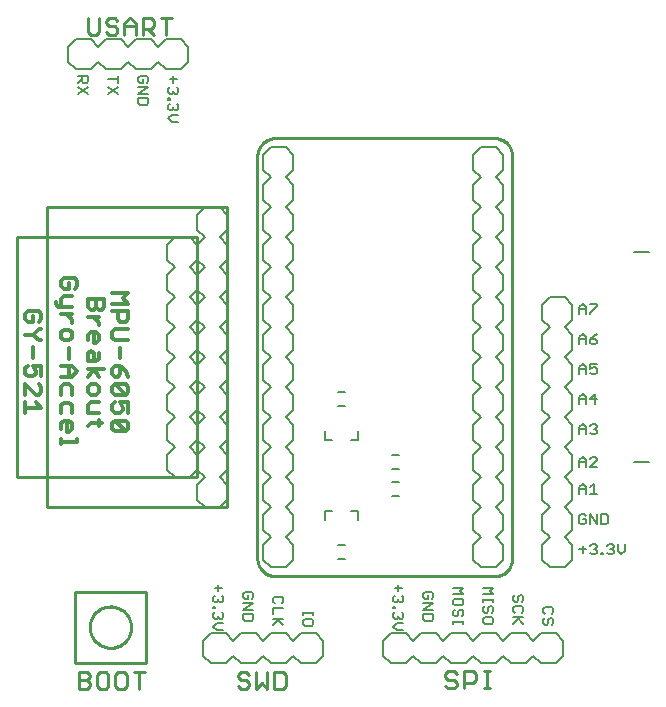
<source format=gto>
G75*
G70*
%OFA0B0*%
%FSLAX24Y24*%
%IPPOS*%
%LPD*%
%AMOC8*
5,1,8,0,0,1.08239X$1,22.5*
%
%ADD10C,0.0100*%
%ADD11C,0.0120*%
%ADD12C,0.0110*%
%ADD13C,0.0060*%
%ADD14C,0.0080*%
D10*
X008583Y005850D02*
X008583Y006410D01*
X008864Y006410D01*
X008957Y006317D01*
X008957Y006224D01*
X008864Y006130D01*
X008583Y006130D01*
X008583Y005850D02*
X008864Y005850D01*
X008957Y005943D01*
X008957Y006037D01*
X008864Y006130D01*
X009191Y005943D02*
X009284Y005850D01*
X009471Y005850D01*
X009565Y005943D01*
X009565Y006317D01*
X009471Y006410D01*
X009284Y006410D01*
X009191Y006317D01*
X009191Y005943D01*
X009799Y005943D02*
X009799Y006317D01*
X009892Y006410D01*
X010079Y006410D01*
X010172Y006317D01*
X010172Y005943D01*
X010079Y005850D01*
X009892Y005850D01*
X009799Y005943D01*
X010406Y006410D02*
X010780Y006410D01*
X010593Y006410D02*
X010593Y005850D01*
X010814Y006719D02*
X010814Y009081D01*
X008452Y009081D01*
X008452Y006719D01*
X010814Y006719D01*
X008944Y007900D02*
X008946Y007952D01*
X008952Y008004D01*
X008962Y008055D01*
X008975Y008105D01*
X008993Y008155D01*
X009014Y008202D01*
X009038Y008248D01*
X009067Y008292D01*
X009098Y008334D01*
X009132Y008373D01*
X009169Y008410D01*
X009209Y008443D01*
X009252Y008474D01*
X009296Y008501D01*
X009342Y008525D01*
X009391Y008545D01*
X009440Y008561D01*
X009491Y008574D01*
X009542Y008583D01*
X009594Y008588D01*
X009646Y008589D01*
X009698Y008586D01*
X009750Y008579D01*
X009801Y008568D01*
X009851Y008554D01*
X009900Y008535D01*
X009947Y008513D01*
X009992Y008488D01*
X010036Y008459D01*
X010077Y008427D01*
X010116Y008392D01*
X010151Y008354D01*
X010184Y008313D01*
X010214Y008271D01*
X010240Y008226D01*
X010263Y008179D01*
X010282Y008130D01*
X010298Y008080D01*
X010310Y008030D01*
X010318Y007978D01*
X010322Y007926D01*
X010322Y007874D01*
X010318Y007822D01*
X010310Y007770D01*
X010298Y007720D01*
X010282Y007670D01*
X010263Y007621D01*
X010240Y007574D01*
X010214Y007529D01*
X010184Y007487D01*
X010151Y007446D01*
X010116Y007408D01*
X010077Y007373D01*
X010036Y007341D01*
X009992Y007312D01*
X009947Y007287D01*
X009900Y007265D01*
X009851Y007246D01*
X009801Y007232D01*
X009750Y007221D01*
X009698Y007214D01*
X009646Y007211D01*
X009594Y007212D01*
X009542Y007217D01*
X009491Y007226D01*
X009440Y007239D01*
X009391Y007255D01*
X009342Y007275D01*
X009296Y007299D01*
X009252Y007326D01*
X009209Y007357D01*
X009169Y007390D01*
X009132Y007427D01*
X009098Y007466D01*
X009067Y007508D01*
X009038Y007552D01*
X009014Y007598D01*
X008993Y007645D01*
X008975Y007695D01*
X008962Y007745D01*
X008952Y007796D01*
X008946Y007848D01*
X008944Y007900D01*
X013883Y006317D02*
X013883Y006224D01*
X013977Y006130D01*
X014164Y006130D01*
X014257Y006037D01*
X014257Y005943D01*
X014164Y005850D01*
X013977Y005850D01*
X013883Y005943D01*
X013883Y006317D02*
X013977Y006410D01*
X014164Y006410D01*
X014257Y006317D01*
X014491Y006410D02*
X014491Y005850D01*
X014678Y006037D01*
X014865Y005850D01*
X014865Y006410D01*
X015099Y006410D02*
X015379Y006410D01*
X015472Y006317D01*
X015472Y005943D01*
X015379Y005850D01*
X015099Y005850D01*
X015099Y006410D01*
X015133Y009600D02*
X022433Y009600D01*
X022480Y009602D01*
X022527Y009607D01*
X022573Y009617D01*
X022618Y009629D01*
X022663Y009646D01*
X022705Y009665D01*
X022746Y009688D01*
X022786Y009715D01*
X022823Y009744D01*
X022857Y009776D01*
X022889Y009810D01*
X022918Y009847D01*
X022945Y009887D01*
X022968Y009928D01*
X022987Y009970D01*
X023004Y010015D01*
X023016Y010060D01*
X023026Y010106D01*
X023031Y010153D01*
X023033Y010200D01*
X023033Y023600D01*
X023031Y023647D01*
X023026Y023694D01*
X023016Y023740D01*
X023004Y023785D01*
X022987Y023830D01*
X022968Y023872D01*
X022945Y023913D01*
X022918Y023953D01*
X022889Y023990D01*
X022857Y024024D01*
X022823Y024056D01*
X022786Y024085D01*
X022746Y024112D01*
X022705Y024135D01*
X022663Y024154D01*
X022618Y024171D01*
X022573Y024183D01*
X022527Y024193D01*
X022480Y024198D01*
X022433Y024200D01*
X015133Y024200D01*
X015086Y024198D01*
X015039Y024193D01*
X014993Y024183D01*
X014948Y024171D01*
X014903Y024154D01*
X014861Y024135D01*
X014820Y024112D01*
X014780Y024085D01*
X014743Y024056D01*
X014709Y024024D01*
X014677Y023990D01*
X014648Y023953D01*
X014621Y023913D01*
X014598Y023872D01*
X014579Y023830D01*
X014562Y023785D01*
X014550Y023740D01*
X014540Y023694D01*
X014535Y023647D01*
X014533Y023600D01*
X014533Y010200D01*
X014535Y010153D01*
X014540Y010106D01*
X014550Y010060D01*
X014562Y010015D01*
X014579Y009970D01*
X014598Y009928D01*
X014621Y009887D01*
X014648Y009847D01*
X014677Y009810D01*
X014709Y009776D01*
X014743Y009744D01*
X014780Y009715D01*
X014820Y009688D01*
X014861Y009665D01*
X014903Y009646D01*
X014948Y009629D01*
X014993Y009617D01*
X015039Y009607D01*
X015086Y009602D01*
X015133Y009600D01*
X013533Y011900D02*
X007533Y011900D01*
X007533Y021900D01*
X013533Y021900D01*
X013533Y011900D01*
X012533Y012900D02*
X006533Y012900D01*
X006533Y020900D01*
X012533Y020900D01*
X012533Y012900D01*
X011501Y027650D02*
X011501Y028210D01*
X011314Y028210D02*
X011688Y028210D01*
X011080Y028117D02*
X011080Y027930D01*
X010987Y027837D01*
X010706Y027837D01*
X010706Y027650D02*
X010706Y028210D01*
X010987Y028210D01*
X011080Y028117D01*
X010893Y027837D02*
X011080Y027650D01*
X010472Y027650D02*
X010472Y028024D01*
X010286Y028210D01*
X010099Y028024D01*
X010099Y027650D01*
X009865Y027743D02*
X009771Y027650D01*
X009584Y027650D01*
X009491Y027743D01*
X009584Y027930D02*
X009771Y027930D01*
X009865Y027837D01*
X009865Y027743D01*
X010099Y027930D02*
X010472Y027930D01*
X009865Y028117D02*
X009771Y028210D01*
X009584Y028210D01*
X009491Y028117D01*
X009491Y028024D01*
X009584Y027930D01*
X009257Y027743D02*
X009257Y028210D01*
X008883Y028210D02*
X008883Y027743D01*
X008977Y027650D01*
X009164Y027650D01*
X009257Y027743D01*
D11*
X008444Y019540D02*
X008083Y019540D01*
X007993Y019450D01*
X007993Y019270D01*
X008083Y019180D01*
X008264Y019180D01*
X008264Y019360D01*
X008444Y019540D02*
X008534Y019450D01*
X008534Y019270D01*
X008444Y019180D01*
X008354Y018932D02*
X008083Y018932D01*
X007993Y018842D01*
X007993Y018572D01*
X007903Y018572D02*
X007813Y018662D01*
X007813Y018752D01*
X007903Y018572D02*
X008354Y018572D01*
X008354Y018325D02*
X007993Y018325D01*
X008173Y018325D02*
X008354Y018144D01*
X008354Y018054D01*
X008264Y017818D02*
X008083Y017818D01*
X007993Y017728D01*
X007993Y017548D01*
X008083Y017458D01*
X008264Y017458D01*
X008354Y017548D01*
X008354Y017728D01*
X008264Y017818D01*
X008893Y017636D02*
X008983Y017726D01*
X009164Y017726D01*
X009254Y017636D01*
X009254Y017456D01*
X009164Y017366D01*
X009073Y017366D01*
X009073Y017726D01*
X008893Y017636D02*
X008893Y017456D01*
X008983Y017118D02*
X009073Y017028D01*
X009073Y016758D01*
X009164Y016758D02*
X008893Y016758D01*
X008893Y017028D01*
X008983Y017118D01*
X009254Y017028D02*
X009254Y016848D01*
X009164Y016758D01*
X009073Y016510D02*
X009254Y016240D01*
X009164Y016004D02*
X008983Y016004D01*
X008893Y015914D01*
X008893Y015734D01*
X008983Y015644D01*
X009164Y015644D01*
X009254Y015734D01*
X009254Y015914D01*
X009164Y016004D01*
X008893Y016240D02*
X009073Y016510D01*
X008893Y016510D02*
X009434Y016510D01*
X009693Y016519D02*
X009693Y016339D01*
X009783Y016249D01*
X009873Y016249D01*
X009964Y016339D01*
X009964Y016609D01*
X009783Y016609D01*
X009693Y016519D01*
X009964Y016609D02*
X010144Y016429D01*
X010234Y016249D01*
X010144Y016001D02*
X009783Y016001D01*
X010144Y015641D01*
X009783Y015641D01*
X009693Y015731D01*
X009693Y015911D01*
X009783Y016001D01*
X010144Y016001D02*
X010234Y015911D01*
X010234Y015731D01*
X010144Y015641D01*
X010234Y015394D02*
X009964Y015394D01*
X010054Y015214D01*
X010054Y015123D01*
X009964Y015033D01*
X009783Y015033D01*
X009693Y015123D01*
X009693Y015304D01*
X009783Y015394D01*
X010234Y015394D02*
X010234Y015033D01*
X010144Y014786D02*
X009783Y014786D01*
X010144Y014426D01*
X009783Y014426D01*
X009693Y014516D01*
X009693Y014696D01*
X009783Y014786D01*
X010144Y014786D02*
X010234Y014696D01*
X010234Y014516D01*
X010144Y014426D01*
X009344Y014698D02*
X008983Y014698D01*
X008893Y014608D01*
X009254Y014608D02*
X009254Y014789D01*
X009254Y015036D02*
X008893Y015036D01*
X008893Y015306D01*
X008983Y015396D01*
X009254Y015396D01*
X008354Y015297D02*
X008354Y015027D01*
X008264Y014780D02*
X008083Y014780D01*
X007993Y014689D01*
X007993Y014509D01*
X008173Y014419D02*
X008173Y014780D01*
X008264Y014780D02*
X008354Y014689D01*
X008354Y014509D01*
X008264Y014419D01*
X008173Y014419D01*
X007993Y014172D02*
X007993Y013992D01*
X007993Y014082D02*
X008534Y014082D01*
X008534Y014172D01*
X007993Y015027D02*
X007993Y015297D01*
X008083Y015387D01*
X008264Y015387D01*
X008354Y015297D01*
X008354Y015635D02*
X008354Y015905D01*
X008264Y015995D01*
X008083Y015995D01*
X007993Y015905D01*
X007993Y015635D01*
X007993Y016242D02*
X008354Y016242D01*
X008534Y016423D01*
X008354Y016603D01*
X007993Y016603D01*
X008264Y016603D02*
X008264Y016242D01*
X008264Y016850D02*
X008264Y017210D01*
X009254Y017962D02*
X009254Y018052D01*
X009073Y018232D01*
X008893Y018232D02*
X009254Y018232D01*
X009254Y018480D02*
X009164Y018570D01*
X009164Y018840D01*
X009434Y018840D02*
X009434Y018570D01*
X009344Y018480D01*
X009254Y018480D01*
X009164Y018570D02*
X009073Y018480D01*
X008983Y018480D01*
X008893Y018570D01*
X008893Y018840D01*
X009434Y018840D01*
X009693Y018680D02*
X010234Y018680D01*
X010054Y018860D01*
X010234Y019040D01*
X009693Y019040D01*
X009693Y018432D02*
X010234Y018432D01*
X010234Y018162D01*
X010144Y018072D01*
X009964Y018072D01*
X009873Y018162D01*
X009873Y018432D01*
X009783Y017825D02*
X009693Y017734D01*
X009693Y017554D01*
X009783Y017464D01*
X010234Y017464D01*
X009964Y017217D02*
X009964Y016857D01*
X009783Y017825D02*
X010234Y017825D01*
X007334Y017832D02*
X007244Y017832D01*
X007064Y017652D01*
X006793Y017652D01*
X007064Y017652D02*
X007244Y017472D01*
X007334Y017472D01*
X007064Y017225D02*
X007064Y016864D01*
X007064Y016617D02*
X007154Y016437D01*
X007154Y016347D01*
X007064Y016257D01*
X006883Y016257D01*
X006793Y016347D01*
X006793Y016527D01*
X006883Y016617D01*
X007064Y016617D02*
X007334Y016617D01*
X007334Y016257D01*
X007244Y016009D02*
X007334Y015919D01*
X007334Y015739D01*
X007244Y015649D01*
X007154Y015649D01*
X006793Y016009D01*
X006793Y015649D01*
X006793Y015401D02*
X006793Y015041D01*
X006793Y015221D02*
X007334Y015221D01*
X007154Y015401D01*
X007244Y018080D02*
X007334Y018170D01*
X007334Y018350D01*
X007244Y018440D01*
X006883Y018440D01*
X006793Y018350D01*
X006793Y018170D01*
X006883Y018080D01*
X007064Y018080D01*
X007064Y018260D01*
D12*
X020788Y006347D02*
X020788Y006249D01*
X020887Y006150D01*
X021084Y006150D01*
X021182Y006052D01*
X021182Y005953D01*
X021084Y005855D01*
X020887Y005855D01*
X020788Y005953D01*
X020788Y006347D02*
X020887Y006446D01*
X021084Y006446D01*
X021182Y006347D01*
X021433Y006446D02*
X021728Y006446D01*
X021827Y006347D01*
X021827Y006150D01*
X021728Y006052D01*
X021433Y006052D01*
X021433Y005855D02*
X021433Y006446D01*
X022077Y006446D02*
X022274Y006446D01*
X022176Y006446D02*
X022176Y005855D01*
X022274Y005855D02*
X022077Y005855D01*
D13*
X022120Y008011D02*
X022347Y008011D01*
X022404Y008068D01*
X022404Y008181D01*
X022347Y008238D01*
X022120Y008238D01*
X022063Y008181D01*
X022063Y008068D01*
X022120Y008011D01*
X021404Y008002D02*
X021404Y008115D01*
X021404Y008058D02*
X021063Y008058D01*
X021063Y008002D02*
X021063Y008115D01*
X021120Y008257D02*
X021063Y008313D01*
X021063Y008427D01*
X021120Y008483D01*
X021233Y008427D02*
X021233Y008313D01*
X021177Y008257D01*
X021120Y008257D01*
X021233Y008427D02*
X021290Y008483D01*
X021347Y008483D01*
X021404Y008427D01*
X021404Y008313D01*
X021347Y008257D01*
X021347Y008625D02*
X021404Y008682D01*
X021404Y008795D01*
X021347Y008852D01*
X021120Y008852D01*
X021063Y008795D01*
X021063Y008682D01*
X021120Y008625D01*
X021347Y008625D01*
X021404Y008993D02*
X021063Y008993D01*
X021063Y009220D02*
X021404Y009220D01*
X021290Y009107D01*
X021404Y008993D01*
X022063Y008993D02*
X022404Y008993D01*
X022290Y009107D01*
X022404Y009220D01*
X022063Y009220D01*
X022063Y008852D02*
X022063Y008738D01*
X022063Y008795D02*
X022404Y008795D01*
X022404Y008852D02*
X022404Y008738D01*
X022347Y008606D02*
X022290Y008606D01*
X022233Y008549D01*
X022233Y008436D01*
X022177Y008379D01*
X022120Y008379D01*
X022063Y008436D01*
X022063Y008549D01*
X022120Y008606D01*
X022347Y008606D02*
X022404Y008549D01*
X022404Y008436D01*
X022347Y008379D01*
X023063Y008432D02*
X023120Y008375D01*
X023063Y008432D02*
X023063Y008545D01*
X023120Y008602D01*
X023347Y008602D01*
X023404Y008545D01*
X023404Y008432D01*
X023347Y008375D01*
X023404Y008233D02*
X023063Y008233D01*
X023177Y008233D02*
X023404Y008007D01*
X023233Y008177D02*
X023063Y008007D01*
X023120Y008743D02*
X023063Y008800D01*
X023063Y008913D01*
X023120Y008970D01*
X023233Y008913D02*
X023233Y008800D01*
X023177Y008743D01*
X023120Y008743D01*
X023233Y008913D02*
X023290Y008970D01*
X023347Y008970D01*
X023404Y008913D01*
X023404Y008800D01*
X023347Y008743D01*
X024063Y008513D02*
X024063Y008400D01*
X024120Y008343D01*
X024120Y008202D02*
X024063Y008145D01*
X024063Y008032D01*
X024120Y007975D01*
X024177Y007975D01*
X024233Y008032D01*
X024233Y008145D01*
X024290Y008202D01*
X024347Y008202D01*
X024404Y008145D01*
X024404Y008032D01*
X024347Y007975D01*
X024347Y008343D02*
X024404Y008400D01*
X024404Y008513D01*
X024347Y008570D01*
X024120Y008570D01*
X024063Y008513D01*
X025377Y010387D02*
X025377Y010614D01*
X025490Y010500D02*
X025263Y010500D01*
X025632Y010387D02*
X025688Y010330D01*
X025802Y010330D01*
X025859Y010387D01*
X025859Y010443D01*
X025802Y010500D01*
X025745Y010500D01*
X025802Y010500D02*
X025859Y010557D01*
X025859Y010614D01*
X025802Y010670D01*
X025688Y010670D01*
X025632Y010614D01*
X026000Y010387D02*
X026057Y010387D01*
X026057Y010330D01*
X026000Y010330D01*
X026000Y010387D01*
X026184Y010387D02*
X026241Y010330D01*
X026354Y010330D01*
X026411Y010387D01*
X026411Y010443D01*
X026354Y010500D01*
X026298Y010500D01*
X026354Y010500D02*
X026411Y010557D01*
X026411Y010614D01*
X026354Y010670D01*
X026241Y010670D01*
X026184Y010614D01*
X026552Y010670D02*
X026552Y010443D01*
X026666Y010330D01*
X026779Y010443D01*
X026779Y010670D01*
X026170Y011330D02*
X026227Y011387D01*
X026227Y011614D01*
X026170Y011670D01*
X026000Y011670D01*
X026000Y011330D01*
X026170Y011330D01*
X025859Y011330D02*
X025859Y011670D01*
X025632Y011670D02*
X025859Y011330D01*
X025632Y011330D02*
X025632Y011670D01*
X025490Y011614D02*
X025433Y011670D01*
X025320Y011670D01*
X025263Y011614D01*
X025263Y011387D01*
X025320Y011330D01*
X025433Y011330D01*
X025490Y011387D01*
X025490Y011500D01*
X025377Y011500D01*
X025490Y012330D02*
X025490Y012557D01*
X025377Y012670D01*
X025263Y012557D01*
X025263Y012330D01*
X025263Y012500D02*
X025490Y012500D01*
X025632Y012557D02*
X025745Y012670D01*
X025745Y012330D01*
X025632Y012330D02*
X025859Y012330D01*
X025859Y013230D02*
X025632Y013230D01*
X025859Y013457D01*
X025859Y013514D01*
X025802Y013570D01*
X025688Y013570D01*
X025632Y013514D01*
X025490Y013457D02*
X025490Y013230D01*
X025490Y013400D02*
X025263Y013400D01*
X025263Y013457D02*
X025377Y013570D01*
X025490Y013457D01*
X025263Y013457D02*
X025263Y013230D01*
X025263Y014330D02*
X025263Y014557D01*
X025377Y014670D01*
X025490Y014557D01*
X025490Y014330D01*
X025632Y014387D02*
X025688Y014330D01*
X025802Y014330D01*
X025859Y014387D01*
X025859Y014443D01*
X025802Y014500D01*
X025745Y014500D01*
X025802Y014500D02*
X025859Y014557D01*
X025859Y014614D01*
X025802Y014670D01*
X025688Y014670D01*
X025632Y014614D01*
X025490Y014500D02*
X025263Y014500D01*
X025263Y015330D02*
X025263Y015557D01*
X025377Y015670D01*
X025490Y015557D01*
X025490Y015330D01*
X025490Y015500D02*
X025263Y015500D01*
X025632Y015500D02*
X025859Y015500D01*
X025802Y015330D02*
X025802Y015670D01*
X025632Y015500D01*
X025688Y016330D02*
X025632Y016387D01*
X025688Y016330D02*
X025802Y016330D01*
X025859Y016387D01*
X025859Y016500D01*
X025802Y016557D01*
X025745Y016557D01*
X025632Y016500D01*
X025632Y016670D01*
X025859Y016670D01*
X025490Y016557D02*
X025490Y016330D01*
X025490Y016500D02*
X025263Y016500D01*
X025263Y016557D02*
X025377Y016670D01*
X025490Y016557D01*
X025263Y016557D02*
X025263Y016330D01*
X025263Y017330D02*
X025263Y017557D01*
X025377Y017670D01*
X025490Y017557D01*
X025490Y017330D01*
X025632Y017387D02*
X025632Y017500D01*
X025802Y017500D01*
X025859Y017443D01*
X025859Y017387D01*
X025802Y017330D01*
X025688Y017330D01*
X025632Y017387D01*
X025632Y017500D02*
X025745Y017614D01*
X025859Y017670D01*
X025490Y017500D02*
X025263Y017500D01*
X025263Y018330D02*
X025263Y018557D01*
X025377Y018670D01*
X025490Y018557D01*
X025490Y018330D01*
X025632Y018330D02*
X025632Y018387D01*
X025859Y018614D01*
X025859Y018670D01*
X025632Y018670D01*
X025490Y018500D02*
X025263Y018500D01*
X019251Y013636D02*
X019015Y013636D01*
X019015Y013164D02*
X019251Y013164D01*
X019251Y012736D02*
X019015Y012736D01*
X019015Y012264D02*
X019251Y012264D01*
X017451Y010636D02*
X017215Y010636D01*
X017215Y010164D02*
X017451Y010164D01*
X019120Y009207D02*
X019347Y009207D01*
X019233Y009320D02*
X019233Y009093D01*
X019120Y008952D02*
X019063Y008895D01*
X019063Y008782D01*
X019120Y008725D01*
X019177Y008725D01*
X019233Y008782D01*
X019233Y008838D01*
X019233Y008782D02*
X019290Y008725D01*
X019347Y008725D01*
X019404Y008782D01*
X019404Y008895D01*
X019347Y008952D01*
X019120Y008583D02*
X019120Y008527D01*
X019063Y008527D01*
X019063Y008583D01*
X019120Y008583D01*
X019120Y008399D02*
X019063Y008342D01*
X019063Y008229D01*
X019120Y008172D01*
X019177Y008172D01*
X019233Y008229D01*
X019233Y008286D01*
X019233Y008229D02*
X019290Y008172D01*
X019347Y008172D01*
X019404Y008229D01*
X019404Y008342D01*
X019347Y008399D01*
X019404Y008031D02*
X019177Y008031D01*
X019063Y007917D01*
X019177Y007804D01*
X019404Y007804D01*
X020063Y008163D02*
X020063Y008333D01*
X020404Y008333D01*
X020404Y008163D01*
X020347Y008107D01*
X020120Y008107D01*
X020063Y008163D01*
X020063Y008475D02*
X020404Y008475D01*
X020404Y008702D02*
X020063Y008702D01*
X020120Y008843D02*
X020233Y008843D01*
X020233Y008957D01*
X020120Y009070D02*
X020063Y009013D01*
X020063Y008900D01*
X020120Y008843D01*
X020347Y008843D02*
X020404Y008900D01*
X020404Y009013D01*
X020347Y009070D01*
X020120Y009070D01*
X020404Y008702D02*
X020063Y008475D01*
X016404Y008420D02*
X016404Y008307D01*
X016404Y008363D02*
X016063Y008363D01*
X016063Y008307D02*
X016063Y008420D01*
X016120Y008174D02*
X016063Y008118D01*
X016063Y008004D01*
X016120Y007948D01*
X016347Y007948D01*
X016404Y008004D01*
X016404Y008118D01*
X016347Y008174D01*
X016120Y008174D01*
X015404Y008183D02*
X015063Y008183D01*
X015177Y008183D02*
X015404Y007957D01*
X015233Y008127D02*
X015063Y007957D01*
X015063Y008325D02*
X015063Y008552D01*
X015404Y008552D01*
X015347Y008693D02*
X015404Y008750D01*
X015404Y008863D01*
X015347Y008920D01*
X015120Y008920D01*
X015063Y008863D01*
X015063Y008750D01*
X015120Y008693D01*
X014404Y008702D02*
X014063Y008475D01*
X014404Y008475D01*
X014404Y008333D02*
X014404Y008163D01*
X014347Y008107D01*
X014120Y008107D01*
X014063Y008163D01*
X014063Y008333D01*
X014404Y008333D01*
X014404Y008702D02*
X014063Y008702D01*
X014120Y008843D02*
X014233Y008843D01*
X014233Y008957D01*
X014120Y009070D02*
X014063Y009013D01*
X014063Y008900D01*
X014120Y008843D01*
X014347Y008843D02*
X014404Y008900D01*
X014404Y009013D01*
X014347Y009070D01*
X014120Y009070D01*
X013404Y008895D02*
X013404Y008782D01*
X013347Y008725D01*
X013290Y008725D01*
X013233Y008782D01*
X013177Y008725D01*
X013120Y008725D01*
X013063Y008782D01*
X013063Y008895D01*
X013120Y008952D01*
X013233Y008838D02*
X013233Y008782D01*
X013347Y008952D02*
X013404Y008895D01*
X013233Y009093D02*
X013233Y009320D01*
X013120Y009207D02*
X013347Y009207D01*
X013120Y008583D02*
X013120Y008527D01*
X013063Y008527D01*
X013063Y008583D01*
X013120Y008583D01*
X013120Y008399D02*
X013063Y008342D01*
X013063Y008229D01*
X013120Y008172D01*
X013177Y008172D01*
X013233Y008229D01*
X013233Y008286D01*
X013233Y008229D02*
X013290Y008172D01*
X013347Y008172D01*
X013404Y008229D01*
X013404Y008342D01*
X013347Y008399D01*
X013404Y008031D02*
X013177Y008031D01*
X013063Y007917D01*
X013177Y007804D01*
X013404Y007804D01*
X017215Y015264D02*
X017451Y015264D01*
X017451Y015736D02*
X017215Y015736D01*
X011904Y024754D02*
X011677Y024754D01*
X011563Y024867D01*
X011677Y024981D01*
X011904Y024981D01*
X011847Y025122D02*
X011790Y025122D01*
X011733Y025179D01*
X011677Y025122D01*
X011620Y025122D01*
X011563Y025179D01*
X011563Y025292D01*
X011620Y025349D01*
X011620Y025477D02*
X011563Y025477D01*
X011563Y025533D01*
X011620Y025533D01*
X011620Y025477D01*
X011620Y025675D02*
X011563Y025732D01*
X011563Y025845D01*
X011620Y025902D01*
X011733Y025788D02*
X011733Y025732D01*
X011677Y025675D01*
X011620Y025675D01*
X011733Y025732D02*
X011790Y025675D01*
X011847Y025675D01*
X011904Y025732D01*
X011904Y025845D01*
X011847Y025902D01*
X011733Y026043D02*
X011733Y026270D01*
X011620Y026157D02*
X011847Y026157D01*
X010904Y026213D02*
X010847Y026270D01*
X010620Y026270D01*
X010563Y026213D01*
X010563Y026100D01*
X010620Y026043D01*
X010733Y026043D01*
X010733Y026157D01*
X010847Y026043D02*
X010904Y026100D01*
X010904Y026213D01*
X010904Y025902D02*
X010563Y025902D01*
X010563Y025675D02*
X010904Y025675D01*
X010904Y025533D02*
X010904Y025363D01*
X010847Y025307D01*
X010620Y025307D01*
X010563Y025363D01*
X010563Y025533D01*
X010904Y025533D01*
X010904Y025902D02*
X010563Y025675D01*
X009904Y025675D02*
X009563Y025902D01*
X009563Y025675D02*
X009904Y025902D01*
X009904Y026043D02*
X009904Y026270D01*
X009904Y026157D02*
X009563Y026157D01*
X008904Y026100D02*
X008847Y026043D01*
X008733Y026043D01*
X008677Y026100D01*
X008677Y026270D01*
X008677Y026157D02*
X008563Y026043D01*
X008563Y025902D02*
X008904Y025675D01*
X008904Y025902D02*
X008563Y025675D01*
X008904Y026100D02*
X008904Y026270D01*
X008563Y026270D01*
X011733Y025236D02*
X011733Y025179D01*
X011847Y025122D02*
X011904Y025179D01*
X011904Y025292D01*
X011847Y025349D01*
D14*
X011983Y026500D02*
X011483Y026500D01*
X011233Y026750D01*
X010983Y026500D01*
X010483Y026500D01*
X010233Y026750D01*
X009983Y026500D01*
X009483Y026500D01*
X009233Y026750D01*
X008983Y026500D01*
X008483Y026500D01*
X008233Y026750D01*
X008233Y027250D01*
X008483Y027500D01*
X008983Y027500D01*
X009233Y027250D01*
X009483Y027500D01*
X009983Y027500D01*
X010233Y027250D01*
X010483Y027500D01*
X010983Y027500D01*
X011233Y027250D01*
X011483Y027500D01*
X011983Y027500D01*
X012233Y027250D01*
X012233Y026750D01*
X011983Y026500D01*
X014733Y023650D02*
X014983Y023900D01*
X015483Y023900D01*
X015733Y023650D01*
X015733Y023150D01*
X015483Y022900D01*
X015733Y022650D01*
X015733Y022150D01*
X015483Y021900D01*
X015733Y021650D01*
X015733Y021150D01*
X015483Y020900D01*
X015733Y020650D01*
X015733Y020150D01*
X015483Y019900D01*
X015733Y019650D01*
X015733Y019150D01*
X015483Y018900D01*
X015733Y018650D01*
X015733Y018150D01*
X015483Y017900D01*
X015733Y017650D01*
X015733Y017150D01*
X015483Y016900D01*
X015733Y016650D01*
X015733Y016150D01*
X015483Y015900D01*
X015733Y015650D01*
X015733Y015150D01*
X015483Y014900D01*
X015733Y014650D01*
X015733Y014150D01*
X015483Y013900D01*
X015733Y013650D01*
X015733Y013150D01*
X015483Y012900D01*
X015733Y012650D01*
X015733Y012150D01*
X015483Y011900D01*
X015733Y011650D01*
X015733Y011150D01*
X015483Y010900D01*
X015733Y010650D01*
X015733Y010150D01*
X015483Y009900D01*
X014983Y009900D01*
X014733Y010150D01*
X014733Y010650D01*
X014983Y010900D01*
X014733Y011150D01*
X014733Y011650D01*
X014983Y011900D01*
X014733Y012150D01*
X014733Y012650D01*
X014983Y012900D01*
X014733Y013150D01*
X014733Y013650D01*
X014983Y013900D01*
X014733Y014150D01*
X014733Y014650D01*
X014983Y014900D01*
X014733Y015150D01*
X014733Y015650D01*
X014983Y015900D01*
X014733Y016150D01*
X014733Y016650D01*
X014983Y016900D01*
X014733Y017150D01*
X014733Y017650D01*
X014983Y017900D01*
X014733Y018150D01*
X014733Y018650D01*
X014983Y018900D01*
X014733Y019150D01*
X014733Y019650D01*
X014983Y019900D01*
X014733Y020150D01*
X014733Y020650D01*
X014983Y020900D01*
X014733Y021150D01*
X014733Y021650D01*
X014983Y021900D01*
X014733Y022150D01*
X014733Y022650D01*
X014983Y022900D01*
X014733Y023150D01*
X014733Y023650D01*
X013283Y021900D02*
X012783Y021900D01*
X012533Y021650D01*
X012533Y021150D01*
X012783Y020900D01*
X012533Y020650D01*
X012533Y020150D01*
X012283Y019900D01*
X012533Y019650D01*
X012533Y019150D01*
X012283Y018900D01*
X012533Y018650D01*
X012533Y018150D01*
X012283Y017900D01*
X012533Y017650D01*
X012533Y017150D01*
X012283Y016900D01*
X012533Y016650D01*
X012533Y016150D01*
X012283Y015900D01*
X012533Y015650D01*
X012533Y015150D01*
X012283Y014900D01*
X012533Y014650D01*
X012533Y014150D01*
X012283Y013900D01*
X012533Y013650D01*
X012533Y013150D01*
X012283Y012900D01*
X011783Y012900D01*
X011533Y013150D01*
X011533Y013650D01*
X011783Y013900D01*
X011533Y014150D01*
X011533Y014650D01*
X011783Y014900D01*
X011533Y015150D01*
X011533Y015650D01*
X011783Y015900D01*
X011533Y016150D01*
X011533Y016650D01*
X011783Y016900D01*
X011533Y017150D01*
X011533Y017650D01*
X011783Y017900D01*
X011533Y018150D01*
X011533Y018650D01*
X011783Y018900D01*
X011533Y019150D01*
X011533Y019650D01*
X011783Y019900D01*
X011533Y020150D01*
X011533Y020650D01*
X011783Y020900D01*
X012283Y020900D01*
X012533Y020650D01*
X012533Y020150D01*
X012783Y019900D01*
X012533Y019650D01*
X012533Y019150D01*
X012783Y018900D01*
X012533Y018650D01*
X012533Y018150D01*
X012783Y017900D01*
X012533Y017650D01*
X012533Y017150D01*
X012783Y016900D01*
X012533Y016650D01*
X012533Y016150D01*
X012783Y015900D01*
X012533Y015650D01*
X012533Y015150D01*
X012783Y014900D01*
X012533Y014650D01*
X012533Y014150D01*
X012783Y013900D01*
X012533Y013650D01*
X012533Y013150D01*
X012783Y012900D01*
X012533Y012650D01*
X012533Y012150D01*
X012783Y011900D01*
X013283Y011900D01*
X013533Y012150D01*
X013533Y012650D01*
X013283Y012900D01*
X013533Y013150D01*
X013533Y013650D01*
X013283Y013900D01*
X013533Y014150D01*
X013533Y014650D01*
X013283Y014900D01*
X013533Y015150D01*
X013533Y015650D01*
X013283Y015900D01*
X013533Y016150D01*
X013533Y016650D01*
X013283Y016900D01*
X013533Y017150D01*
X013533Y017650D01*
X013283Y017900D01*
X013533Y018150D01*
X013533Y018650D01*
X013283Y018900D01*
X013533Y019150D01*
X013533Y019650D01*
X013283Y019900D01*
X013533Y020150D01*
X013533Y020650D01*
X013283Y020900D01*
X013533Y021150D01*
X013533Y021650D01*
X013283Y021900D01*
X021733Y021650D02*
X021733Y021150D01*
X021983Y020900D01*
X021733Y020650D01*
X021733Y020150D01*
X021983Y019900D01*
X021733Y019650D01*
X021733Y019150D01*
X021983Y018900D01*
X021733Y018650D01*
X021733Y018150D01*
X021983Y017900D01*
X021733Y017650D01*
X021733Y017150D01*
X021983Y016900D01*
X021733Y016650D01*
X021733Y016150D01*
X021983Y015900D01*
X021733Y015650D01*
X021733Y015150D01*
X021983Y014900D01*
X021733Y014650D01*
X021733Y014150D01*
X021983Y013900D01*
X021733Y013650D01*
X021733Y013150D01*
X021983Y012900D01*
X021733Y012650D01*
X021733Y012150D01*
X021983Y011900D01*
X021733Y011650D01*
X021733Y011150D01*
X021983Y010900D01*
X021733Y010650D01*
X021733Y010150D01*
X021983Y009900D01*
X022483Y009900D01*
X022733Y010150D01*
X022733Y010650D01*
X022483Y010900D01*
X022733Y011150D01*
X022733Y011650D01*
X022483Y011900D01*
X022733Y012150D01*
X022733Y012650D01*
X022483Y012900D01*
X022733Y013150D01*
X022733Y013650D01*
X022483Y013900D01*
X022733Y014150D01*
X022733Y014650D01*
X022483Y014900D01*
X022733Y015150D01*
X022733Y015650D01*
X022483Y015900D01*
X022733Y016150D01*
X022733Y016650D01*
X022483Y016900D01*
X022733Y017150D01*
X022733Y017650D01*
X022483Y017900D01*
X022733Y018150D01*
X022733Y018650D01*
X022483Y018900D01*
X022733Y019150D01*
X022733Y019650D01*
X022483Y019900D01*
X022733Y020150D01*
X022733Y020650D01*
X022483Y020900D01*
X022733Y021150D01*
X022733Y021650D01*
X022483Y021900D01*
X022733Y022150D01*
X022733Y022650D01*
X022483Y022900D01*
X022733Y023150D01*
X022733Y023650D01*
X022483Y023900D01*
X021983Y023900D01*
X021733Y023650D01*
X021733Y023150D01*
X021983Y022900D01*
X021733Y022650D01*
X021733Y022150D01*
X021983Y021900D01*
X021733Y021650D01*
X024283Y018900D02*
X024783Y018900D01*
X025033Y018650D01*
X025033Y018150D01*
X024783Y017900D01*
X025033Y017650D01*
X025033Y017150D01*
X024783Y016900D01*
X025033Y016650D01*
X025033Y016150D01*
X024783Y015900D01*
X025033Y015650D01*
X025033Y015150D01*
X024783Y014900D01*
X025033Y014650D01*
X025033Y014150D01*
X024783Y013900D01*
X025033Y013650D01*
X025033Y013150D01*
X024783Y012900D01*
X025033Y012650D01*
X025033Y012150D01*
X024783Y011900D01*
X025033Y011650D01*
X025033Y011150D01*
X024783Y010900D01*
X025033Y010650D01*
X025033Y010150D01*
X024783Y009900D01*
X024283Y009900D01*
X024033Y010150D01*
X024033Y010650D01*
X024283Y010900D01*
X024033Y011150D01*
X024033Y011650D01*
X024283Y011900D01*
X024033Y012150D01*
X024033Y012650D01*
X024283Y012900D01*
X024033Y013150D01*
X024033Y013650D01*
X024283Y013900D01*
X024033Y014150D01*
X024033Y014650D01*
X024283Y014900D01*
X024033Y015150D01*
X024033Y015650D01*
X024283Y015900D01*
X024033Y016150D01*
X024033Y016650D01*
X024283Y016900D01*
X024033Y017150D01*
X024033Y017650D01*
X024283Y017900D01*
X024033Y018150D01*
X024033Y018650D01*
X024283Y018900D01*
X027083Y020400D02*
X027583Y020400D01*
X027583Y013400D02*
X027083Y013400D01*
X024483Y007700D02*
X023983Y007700D01*
X023733Y007450D01*
X023483Y007700D01*
X022983Y007700D01*
X022733Y007450D01*
X022483Y007700D01*
X021983Y007700D01*
X021733Y007450D01*
X021483Y007700D01*
X020983Y007700D01*
X020733Y007450D01*
X020483Y007700D01*
X019983Y007700D01*
X019733Y007450D01*
X019483Y007700D01*
X018983Y007700D01*
X018733Y007450D01*
X018733Y006950D01*
X018983Y006700D01*
X019483Y006700D01*
X019733Y006950D01*
X019983Y006700D01*
X020483Y006700D01*
X020733Y006950D01*
X020983Y006700D01*
X021483Y006700D01*
X021733Y006950D01*
X021983Y006700D01*
X022483Y006700D01*
X022733Y006950D01*
X022983Y006700D01*
X023483Y006700D01*
X023733Y006950D01*
X023983Y006700D01*
X024483Y006700D01*
X024733Y006950D01*
X024733Y007450D01*
X024483Y007700D01*
X017885Y011461D02*
X017885Y011776D01*
X017648Y011776D01*
X017018Y011776D02*
X016782Y011776D01*
X016782Y011461D01*
X016782Y014124D02*
X016782Y014439D01*
X016782Y014124D02*
X017018Y014124D01*
X017648Y014124D02*
X017885Y014124D01*
X017885Y014439D01*
X016483Y007700D02*
X015983Y007700D01*
X015733Y007450D01*
X015483Y007700D01*
X014983Y007700D01*
X014733Y007450D01*
X014483Y007700D01*
X013983Y007700D01*
X013733Y007450D01*
X013483Y007700D01*
X012983Y007700D01*
X012733Y007450D01*
X012733Y006950D01*
X012983Y006700D01*
X013483Y006700D01*
X013733Y006950D01*
X013983Y006700D01*
X014483Y006700D01*
X014733Y006950D01*
X014983Y006700D01*
X015483Y006700D01*
X015733Y006950D01*
X015983Y006700D01*
X016483Y006700D01*
X016733Y006950D01*
X016733Y007450D01*
X016483Y007700D01*
M02*

</source>
